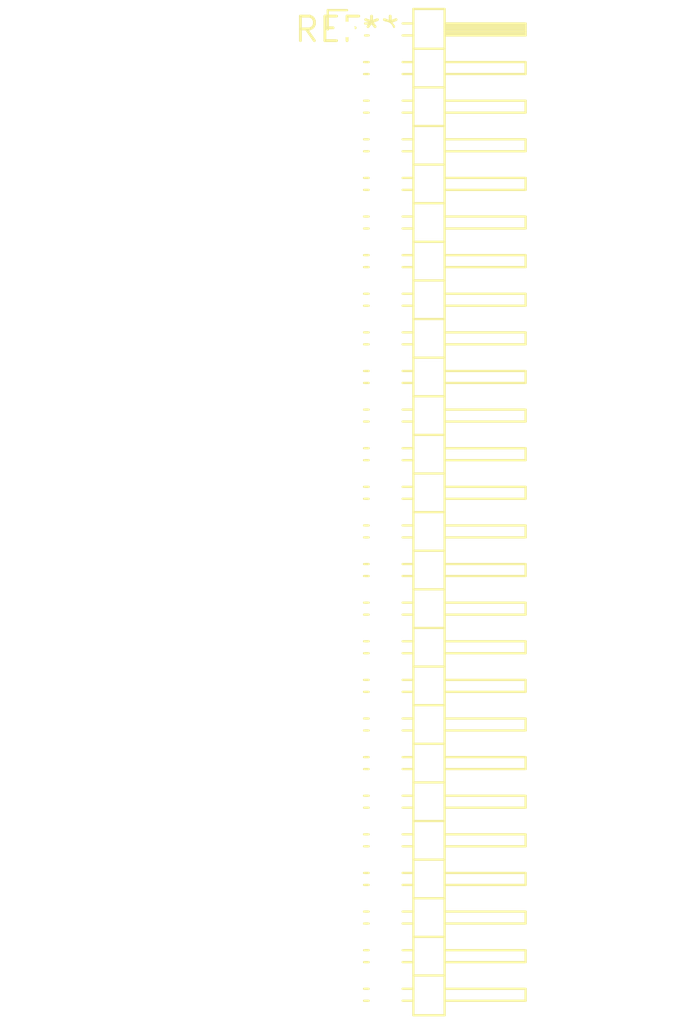
<source format=kicad_pcb>
(kicad_pcb (version 20240108) (generator pcbnew)
  (layers (0 "F.Cu" signal) (31 "B.Cu" signal) (34 "B.Paste" user) (35 "F.Paste" user) (36 "B.SilkS" user "B.Silkscreen") (37 "F.SilkS" user "F.Silkscreen") (38 "B.Mask" user) (39 "F.Mask" user) (44 "Edge.Cuts" user))
  (net 0 "")
  (footprint "PinHeader_2x26_P2.00mm_Horizontal" (layer "F.Cu") (at 0 0)
    (property "Reference" "REF**")
    (property "Value" "PinHeader_2x26_P2.00mm_Horizontal")
    (fp_line (start -1 -1) (end 0 -1) (layer "F.SilkS") (stroke (width 0.12)))
    (fp_line (start -1 0) (end -1 -1) (layer "F.SilkS") (stroke (width 0.12)))
    (fp_line (start 0.882114 1.69) (end 1.117886 1.69) (layer "F.SilkS") (stroke (width 0.12)))
    (fp_line (start 0.882114 2.31) (end 1.117886 2.31) (layer "F.SilkS") (stroke (width 0.12)))
    (fp_line (start 0.882114 3.69) (end 1.117886 3.69) (layer "F.SilkS") (stroke (width 0.12)))
    (fp_line (start 0.882114 4.31) (end 1.117886 4.31) (layer "F.SilkS") (stroke (width 0.12)))
    (fp_line (start 0.882114 5.69) (end 1.117886 5.69) (layer "F.SilkS") (stroke (width 0.12)))
    (fp_line (start 0.882114 6.31) (end 1.117886 6.31) (layer "F.SilkS") (stroke (width 0.12)))
    (fp_line (start 0.882114 7.69) (end 1.117886 7.69) (layer "F.SilkS") (stroke (width 0.12)))
    (fp_line (start 0.882114 8.31) (end 1.117886 8.31) (layer "F.SilkS") (stroke (width 0.12)))
    (fp_line (start 0.882114 9.69) (end 1.117886 9.69) (layer "F.SilkS") (stroke (width 0.12)))
    (fp_line (start 0.882114 10.31) (end 1.117886 10.31) (layer "F.SilkS") (stroke (width 0.12)))
    (fp_line (start 0.882114 11.69) (end 1.117886 11.69) (layer "F.SilkS") (stroke (width 0.12)))
    (fp_line (start 0.882114 12.31) (end 1.117886 12.31) (layer "F.SilkS") (stroke (width 0.12)))
    (fp_line (start 0.882114 13.69) (end 1.117886 13.69) (layer "F.SilkS") (stroke (width 0.12)))
    (fp_line (start 0.882114 14.31) (end 1.117886 14.31) (layer "F.SilkS") (stroke (width 0.12)))
    (fp_line (start 0.882114 15.69) (end 1.117886 15.69) (layer "F.SilkS") (stroke (width 0.12)))
    (fp_line (start 0.882114 16.31) (end 1.117886 16.31) (layer "F.SilkS") (stroke (width 0.12)))
    (fp_line (start 0.882114 17.69) (end 1.117886 17.69) (layer "F.SilkS") (stroke (width 0.12)))
    (fp_line (start 0.882114 18.31) (end 1.117886 18.31) (layer "F.SilkS") (stroke (width 0.12)))
    (fp_line (start 0.882114 19.69) (end 1.117886 19.69) (layer "F.SilkS") (stroke (width 0.12)))
    (fp_line (start 0.882114 20.31) (end 1.117886 20.31) (layer "F.SilkS") (stroke (width 0.12)))
    (fp_line (start 0.882114 21.69) (end 1.117886 21.69) (layer "F.SilkS") (stroke (width 0.12)))
    (fp_line (start 0.882114 22.31) (end 1.117886 22.31) (layer "F.SilkS") (stroke (width 0.12)))
    (fp_line (start 0.882114 23.69) (end 1.117886 23.69) (layer "F.SilkS") (stroke (width 0.12)))
    (fp_line (start 0.882114 24.31) (end 1.117886 24.31) (layer "F.SilkS") (stroke (width 0.12)))
    (fp_line (start 0.882114 25.69) (end 1.117886 25.69) (layer "F.SilkS") (stroke (width 0.12)))
    (fp_line (start 0.882114 26.31) (end 1.117886 26.31) (layer "F.SilkS") (stroke (width 0.12)))
    (fp_line (start 0.882114 27.69) (end 1.117886 27.69) (layer "F.SilkS") (stroke (width 0.12)))
    (fp_line (start 0.882114 28.31) (end 1.117886 28.31) (layer "F.SilkS") (stroke (width 0.12)))
    (fp_line (start 0.882114 29.69) (end 1.117886 29.69) (layer "F.SilkS") (stroke (width 0.12)))
    (fp_line (start 0.882114 30.31) (end 1.117886 30.31) (layer "F.SilkS") (stroke (width 0.12)))
    (fp_line (start 0.882114 31.69) (end 1.117886 31.69) (layer "F.SilkS") (stroke (width 0.12)))
    (fp_line (start 0.882114 32.31) (end 1.117886 32.31) (layer "F.SilkS") (stroke (width 0.12)))
    (fp_line (start 0.882114 33.69) (end 1.117886 33.69) (layer "F.SilkS") (stroke (width 0.12)))
    (fp_line (start 0.882114 34.31) (end 1.117886 34.31) (layer "F.SilkS") (stroke (width 0.12)))
    (fp_line (start 0.882114 35.69) (end 1.117886 35.69) (layer "F.SilkS") (stroke (width 0.12)))
    (fp_line (start 0.882114 36.31) (end 1.117886 36.31) (layer "F.SilkS") (stroke (width 0.12)))
    (fp_line (start 0.882114 37.69) (end 1.117886 37.69) (layer "F.SilkS") (stroke (width 0.12)))
    (fp_line (start 0.882114 38.31) (end 1.117886 38.31) (layer "F.SilkS") (stroke (width 0.12)))
    (fp_line (start 0.882114 39.69) (end 1.117886 39.69) (layer "F.SilkS") (stroke (width 0.12)))
    (fp_line (start 0.882114 40.31) (end 1.117886 40.31) (layer "F.SilkS") (stroke (width 0.12)))
    (fp_line (start 0.882114 41.69) (end 1.117886 41.69) (layer "F.SilkS") (stroke (width 0.12)))
    (fp_line (start 0.882114 42.31) (end 1.117886 42.31) (layer "F.SilkS") (stroke (width 0.12)))
    (fp_line (start 0.882114 43.69) (end 1.117886 43.69) (layer "F.SilkS") (stroke (width 0.12)))
    (fp_line (start 0.882114 44.31) (end 1.117886 44.31) (layer "F.SilkS") (stroke (width 0.12)))
    (fp_line (start 0.882114 45.69) (end 1.117886 45.69) (layer "F.SilkS") (stroke (width 0.12)))
    (fp_line (start 0.882114 46.31) (end 1.117886 46.31) (layer "F.SilkS") (stroke (width 0.12)))
    (fp_line (start 0.882114 47.69) (end 1.117886 47.69) (layer "F.SilkS") (stroke (width 0.12)))
    (fp_line (start 0.882114 48.31) (end 1.117886 48.31) (layer "F.SilkS") (stroke (width 0.12)))
    (fp_line (start 0.882114 49.69) (end 1.117886 49.69) (layer "F.SilkS") (stroke (width 0.12)))
    (fp_line (start 0.882114 50.31) (end 1.117886 50.31) (layer "F.SilkS") (stroke (width 0.12)))
    (fp_line (start 0.935 -0.31) (end 1.117886 -0.31) (layer "F.SilkS") (stroke (width 0.12)))
    (fp_line (start 0.935 0.31) (end 1.117886 0.31) (layer "F.SilkS") (stroke (width 0.12)))
    (fp_line (start 2.882114 -0.31) (end 3.44 -0.31) (layer "F.SilkS") (stroke (width 0.12)))
    (fp_line (start 2.882114 0.31) (end 3.44 0.31) (layer "F.SilkS") (stroke (width 0.12)))
    (fp_line (start 2.882114 1.69) (end 3.44 1.69) (layer "F.SilkS") (stroke (width 0.12)))
    (fp_line (start 2.882114 2.31) (end 3.44 2.31) (layer "F.SilkS") (stroke (width 0.12)))
    (fp_line (start 2.882114 3.69) (end 3.44 3.69) (layer "F.SilkS") (stroke (width 0.12)))
    (fp_line (start 2.882114 4.31) (end 3.44 4.31) (layer "F.SilkS") (stroke (width 0.12)))
    (fp_line (start 2.882114 5.69) (end 3.44 5.69) (layer "F.SilkS") (stroke (width 0.12)))
    (fp_line (start 2.882114 6.31) (end 3.44 6.31) (layer "F.SilkS") (stroke (width 0.12)))
    (fp_line (start 2.882114 7.69) (end 3.44 7.69) (layer "F.SilkS") (stroke (width 0.12)))
    (fp_line (start 2.882114 8.31) (end 3.44 8.31) (layer "F.SilkS") (stroke (width 0.12)))
    (fp_line (start 2.882114 9.69) (end 3.44 9.69) (layer "F.SilkS") (stroke (width 0.12)))
    (fp_line (start 2.882114 10.31) (end 3.44 10.31) (layer "F.SilkS") (stroke (width 0.12)))
    (fp_line (start 2.882114 11.69) (end 3.44 11.69) (layer "F.SilkS") (stroke (width 0.12)))
    (fp_line (start 2.882114 12.31) (end 3.44 12.31) (layer "F.SilkS") (stroke (width 0.12)))
    (fp_line (start 2.882114 13.69) (end 3.44 13.69) (layer "F.SilkS") (stroke (width 0.12)))
    (fp_line (start 2.882114 14.31) (end 3.44 14.31) (layer "F.SilkS") (stroke (width 0.12)))
    (fp_line (start 2.882114 15.69) (end 3.44 15.69) (layer "F.SilkS") (stroke (width 0.12)))
    (fp_line (start 2.882114 16.31) (end 3.44 16.31) (layer "F.SilkS") (stroke (width 0.12)))
    (fp_line (start 2.882114 17.69) (end 3.44 17.69) (layer "F.SilkS") (stroke (width 0.12)))
    (fp_line (start 2.882114 18.31) (end 3.44 18.31) (layer "F.SilkS") (stroke (width 0.12)))
    (fp_line (start 2.882114 19.69) (end 3.44 19.69) (layer "F.SilkS") (stroke (width 0.12)))
    (fp_line (start 2.882114 20.31) (end 3.44 20.31) (layer "F.SilkS") (stroke (width 0.12)))
    (fp_line (start 2.882114 21.69) (end 3.44 21.69) (layer "F.SilkS") (stroke (width 0.12)))
    (fp_line (start 2.882114 22.31) (end 3.44 22.31) (layer "F.SilkS") (stroke (width 0.12)))
    (fp_line (start 2.882114 23.69) (end 3.44 23.69) (layer "F.SilkS") (stroke (width 0.12)))
    (fp_line (start 2.882114 24.31) (end 3.44 24.31) (layer "F.SilkS") (stroke (width 0.12)))
    (fp_line (start 2.882114 25.69) (end 3.44 25.69) (layer "F.SilkS") (stroke (width 0.12)))
    (fp_line (start 2.882114 26.31) (end 3.44 26.31) (layer "F.SilkS") (stroke (width 0.12)))
    (fp_line (start 2.882114 27.69) (end 3.44 27.69) (layer "F.SilkS") (stroke (width 0.12)))
    (fp_line (start 2.882114 28.31) (end 3.44 28.31) (layer "F.SilkS") (stroke (width 0.12)))
    (fp_line (start 2.882114 29.69) (end 3.44 29.69) (layer "F.SilkS") (stroke (width 0.12)))
    (fp_line (start 2.882114 30.31) (end 3.44 30.31) (layer "F.SilkS") (stroke (width 0.12)))
    (fp_line (start 2.882114 31.69) (end 3.44 31.69) (layer "F.SilkS") (stroke (width 0.12)))
    (fp_line (start 2.882114 32.31) (end 3.44 32.31) (layer "F.SilkS") (stroke (width 0.12)))
    (fp_line (start 2.882114 33.69) (end 3.44 33.69) (layer "F.SilkS") (stroke (width 0.12)))
    (fp_line (start 2.882114 34.31) (end 3.44 34.31) (layer "F.SilkS") (stroke (width 0.12)))
    (fp_line (start 2.882114 35.69) (end 3.44 35.69) (layer "F.SilkS") (stroke (width 0.12)))
    (fp_line (start 2.882114 36.31) (end 3.44 36.31) (layer "F.SilkS") (stroke (width 0.12)))
    (fp_line (start 2.882114 37.69) (end 3.44 37.69) (layer "F.SilkS") (stroke (width 0.12)))
    (fp_line (start 2.882114 38.31) (end 3.44 38.31) (layer "F.SilkS") (stroke (width 0.12)))
    (fp_line (start 2.882114 39.69) (end 3.44 39.69) (layer "F.SilkS") (stroke (width 0.12)))
    (fp_line (start 2.882114 40.31) (end 3.44 40.31) (layer "F.SilkS") (stroke (width 0.12)))
    (fp_line (start 2.882114 41.69) (end 3.44 41.69) (layer "F.SilkS") (stroke (width 0.12)))
    (fp_line (start 2.882114 42.31) (end 3.44 42.31) (layer "F.SilkS") (stroke (width 0.12)))
    (fp_line (start 2.882114 43.69) (end 3.44 43.69) (layer "F.SilkS") (stroke (width 0.12)))
    (fp_line (start 2.882114 44.31) (end 3.44 44.31) (layer "F.SilkS") (stroke (width 0.12)))
    (fp_line (start 2.882114 45.69) (end 3.44 45.69) (layer "F.SilkS") (stroke (width 0.12)))
    (fp_line (start 2.882114 46.31) (end 3.44 46.31) (layer "F.SilkS") (stroke (width 0.12)))
    (fp_line (start 2.882114 47.69) (end 3.44 47.69) (layer "F.SilkS") (stroke (width 0.12)))
    (fp_line (start 2.882114 48.31) (end 3.44 48.31) (layer "F.SilkS") (stroke (width 0.12)))
    (fp_line (start 2.882114 49.69) (end 3.44 49.69) (layer "F.SilkS") (stroke (width 0.12)))
    (fp_line (start 2.882114 50.31) (end 3.44 50.31) (layer "F.SilkS") (stroke (width 0.12)))
    (fp_line (start 3.44 -1.06) (end 3.44 51.06) (layer "F.SilkS") (stroke (width 0.12)))
    (fp_line (start 3.44 1) (end 5.06 1) (layer "F.SilkS") (stroke (width 0.12)))
    (fp_line (start 3.44 3) (end 5.06 3) (layer "F.SilkS") (stroke (width 0.12)))
    (fp_line (start 3.44 5) (end 5.06 5) (layer "F.SilkS") (stroke (width 0.12)))
    (fp_line (start 3.44 7) (end 5.06 7) (layer "F.SilkS") (stroke (width 0.12)))
    (fp_line (start 3.44 9) (end 5.06 9) (layer "F.SilkS") (stroke (width 0.12)))
    (fp_line (start 3.44 11) (end 5.06 11) (layer "F.SilkS") (stroke (width 0.12)))
    (fp_line (start 3.44 13) (end 5.06 13) (layer "F.SilkS") (stroke (width 0.12)))
    (fp_line (start 3.44 15) (end 5.06 15) (layer "F.SilkS") (stroke (width 0.12)))
    (fp_line (start 3.44 17) (end 5.06 17) (layer "F.SilkS") (stroke (width 0.12)))
    (fp_line (start 3.44 19) (end 5.06 19) (layer "F.SilkS") (stroke (width 0.12)))
    (fp_line (start 3.44 21) (end 5.06 21) (layer "F.SilkS") (stroke (width 0.12)))
    (fp_line (start 3.44 23) (end 5.06 23) (layer "F.SilkS") (stroke (width 0.12)))
    (fp_line (start 3.44 25) (end 5.06 25) (layer "F.SilkS") (stroke (width 0.12)))
    (fp_line (start 3.44 27) (end 5.06 27) (layer "F.SilkS") (stroke (width 0.12)))
    (fp_line (start 3.44 29) (end 5.06 29) (layer "F.SilkS") (stroke (width 0.12)))
    (fp_line (start 3.44 31) (end 5.06 31) (layer "F.SilkS") (stroke (width 0.12)))
    (fp_line (start 3.44 33) (end 5.06 33) (layer "F.SilkS") (stroke (width 0.12)))
    (fp_line (start 3.44 35) (end 5.06 35) (layer "F.SilkS") (stroke (width 0.12)))
    (fp_line (start 3.44 37) (end 5.06 37) (layer "F.SilkS") (stroke (width 0.12)))
    (fp_line (start 3.44 39) (end 5.06 39) (layer "F.SilkS") (stroke (width 0.12)))
    (fp_line (start 3.44 41) (end 5.06 41) (layer "F.SilkS") (stroke (width 0.12)))
    (fp_line (start 3.44 43) (end 5.06 43) (layer "F.SilkS") (stroke (width 0.12)))
    (fp_line (start 3.44 45) (end 5.06 45) (layer "F.SilkS") (stroke (width 0.12)))
    (fp_line (start 3.44 47) (end 5.06 47) (layer "F.SilkS") (stroke (width 0.12)))
    (fp_line (start 3.44 49) (end 5.06 49) (layer "F.SilkS") (stroke (width 0.12)))
    (fp_line (start 3.44 51.06) (end 5.06 51.06) (layer "F.SilkS") (stroke (width 0.12)))
    (fp_line (start 5.06 -1.06) (end 3.44 -1.06) (layer "F.SilkS") (stroke (width 0.12)))
    (fp_line (start 5.06 -0.31) (end 9.26 -0.31) (layer "F.SilkS") (stroke (width 0.12)))
    (fp_line (start 5.06 -0.25) (end 9.26 -0.25) (layer "F.SilkS") (stroke (width 0.12)))
    (fp_line (start 5.06 -0.13) (end 9.26 -0.13) (layer "F.SilkS") (stroke (width 0.12)))
    (fp_line (start 5.06 -0.01) (end 9.26 -0.01) (layer "F.SilkS") (stroke (width 0.12)))
    (fp_line (start 5.06 0.11) (end 9.26 0.11) (layer "F.SilkS") (stroke (width 0.12)))
    (fp_line (start 5.06 0.23) (end 9.26 0.23) (layer "F.SilkS") (stroke (width 0.12)))
    (fp_line (start 5.06 1.69) (end 9.26 1.69) (layer "F.SilkS") (stroke (width 0.12)))
    (fp_line (start 5.06 3.69) (end 9.26 3.69) (layer "F.SilkS") (stroke (width 0.12)))
    (fp_line (start 5.06 5.69) (end 9.26 5.69) (layer "F.SilkS") (stroke (width 0.12)))
    (fp_line (start 5.06 7.69) (end 9.26 7.69) (layer "F.SilkS") (stroke (width 0.12)))
    (fp_line (start 5.06 9.69) (end 9.26 9.69) (layer "F.SilkS") (stroke (width 0.12)))
    (fp_line (start 5.06 11.69) (end 9.26 11.69) (layer "F.SilkS") (stroke (width 0.12)))
    (fp_line (start 5.06 13.69) (end 9.26 13.69) (layer "F.SilkS") (stroke (width 0.12)))
    (fp_line (start 5.06 15.69) (end 9.26 15.69) (layer "F.SilkS") (stroke (width 0.12)))
    (fp_line (start 5.06 17.69) (end 9.26 17.69) (layer "F.SilkS") (stroke (width 0.12)))
    (fp_line (start 5.06 19.69) (end 9.26 19.69) (layer "F.SilkS") (stroke (width 0.12)))
    (fp_line (start 5.06 21.69) (end 9.26 21.69) (layer "F.SilkS") (stroke (width 0.12)))
    (fp_line (start 5.06 23.69) (end 9.26 23.69) (layer "F.SilkS") (stroke (width 0.12)))
    (fp_line (start 5.06 25.69) (end 9.26 25.69) (layer "F.SilkS") (stroke (width 0.12)))
    (fp_line (start 5.06 27.69) (end 9.26 27.69) (layer "F.SilkS") (stroke (width 0.12)))
    (fp_line (start 5.06 29.69) (end 9.26 29.69) (layer "F.SilkS") (stroke (width 0.12)))
    (fp_line (start 5.06 31.69) (end 9.26 31.69) (layer "F.SilkS") (stroke (width 0.12)))
    (fp_line (start 5.06 33.69) (end 9.26 33.69) (layer "F.SilkS") (stroke (width 0.12)))
    (fp_line (start 5.06 35.69) (end 9.26 35.69) (layer "F.SilkS") (stroke (width 0.12)))
    (fp_line (start 5.06 37.69) (end 9.26 37.69) (layer "F.SilkS") (stroke (width 0.12)))
    (fp_line (start 5.06 39.69) (end 9.26 39.69) (layer "F.SilkS") (stroke (width 0.12)))
    (fp_line (start 5.06 41.69) (end 9.26 41.69) (layer "F.SilkS") (stroke (width 0.12)))
    (fp_line (start 5.06 43.69) (end 9.26 43.69) (layer "F.SilkS") (stroke (width 0.12)))
    (fp_line (start 5.06 45.69) (end 9.26 45.69) (layer "F.SilkS") (stroke (width 0.12)))
    (fp_line (start 5.06 47.69) (end 9.26 47.69) (layer "F.SilkS") (stroke (width 0.12)))
    (fp_line (start 5.06 49.69) (end 9.26 49.69) (layer "F.SilkS") (stroke (width 0.12)))
    (fp_line (start 5.06 51.06) (end 5.06 -1.06) (layer "F.SilkS") (stroke (width 0.12)))
    (fp_line (start 9.26 -0.31) (end 9.26 0.31) (layer "F.SilkS") (stroke (width 0.12)))
    (fp_line (start 9.26 0.31) (end 5.06 0.31) (layer "F.SilkS") (stroke (width 0.12)))
    (fp_line (start 9.26 1.69) (end 9.26 2.31) (layer "F.SilkS") (stroke (width 0.12)))
    (fp_line (start 9.26 2.31) (end 5.06 2.31) (layer "F.SilkS") (stroke (width 0.12)))
    (fp_line (start 9.26 3.69) (end 9.26 4.31) (layer "F.SilkS") (stroke (width 0.12)))
    (fp_line (start 9.26 4.31) (end 5.06 4.31) (layer "F.SilkS") (stroke (width 0.12)))
    (fp_line (start 9.26 5.69) (end 9.26 6.31) (layer "F.SilkS") (stroke (width 0.12)))
    (fp_line (start 9.26 6.31) (end 5.06 6.31) (layer "F.SilkS") (stroke (width 0.12)))
    (fp_line (start 9.26 7.69) (end 9.26 8.31) (layer "F.SilkS") (stroke (width 0.12)))
    (fp_line (start 9.26 8.31) (end 5.06 8.31) (layer "F.SilkS") (stroke (width 0.12)))
    (fp_line (start 9.26 9.69) (end 9.26 10.31) (layer "F.SilkS") (stroke (width 0.12)))
    (fp_line (start 9.26 10.31) (end 5.06 10.31) (layer "F.SilkS") (stroke (width 0.12)))
    (fp_line (start 9.26 11.69) (end 9.26 12.31) (layer "F.SilkS") (stroke (width 0.12)))
    (fp_line (start 9.26 12.31) (end 5.06 12.31) (layer "F.SilkS") (stroke (width 0.12)))
    (fp_line (start 9.26 13.69) (end 9.26 14.31) (layer "F.SilkS") (stroke (width 0.12)))
    (fp_line (start 9.26 14.31) (end 5.06 14.31) (layer "F.SilkS") (stroke (width 0.12)))
    (fp_line (start 9.26 15.69) (end 9.26 16.31) (layer "F.SilkS") (stroke (width 0.12)))
    (fp_line (start 9.26 16.31) (end 5.06 16.31) (layer "F.SilkS") (stroke (width 0.12)))
    (fp_line (start 9.26 17.69) (end 9.26 18.31) (layer "F.SilkS") (stroke (width 0.12)))
    (fp_line (start 9.26 18.31) (end 5.06 18.31) (layer "F.SilkS") (stroke (width 0.12)))
    (fp_line (start 9.26 19.69) (end 9.26 20.31) (layer "F.SilkS") (stroke (width 0.12)))
    (fp_line (start 9.26 20.31) (end 5.06 20.31) (layer "F.SilkS") (stroke (width 0.12)))
    (fp_line (start 9.26 21.69) (end 9.26 22.31) (layer "F.SilkS") (stroke (width 0.12)))
    (fp_line (start 9.26 22.31) (end 5.06 22.31) (layer "F.SilkS") (stroke (width 0.12)))
    (fp_line (start 9.26 23.69) (end 9.26 24.31) (layer "F.SilkS") (stroke (width 0.12)))
    (fp_line (start 9.26 24.31) (end 5.06 24.31) (layer "F.SilkS") (stroke (width 0.12)))
    (fp_line (start 9.26 25.69) (end 9.26 26.31) (layer "F.SilkS") (stroke (width 0.12)))
    (fp_line (start 9.26 26.31) (end 5.06 26.31) (layer "F.SilkS") (stroke (width 0.12)))
    (fp_line (start 9.26 27.69) (end 9.26 28.31) (layer "F.SilkS") (stroke (width 0.12)))
    (fp_line (start 9.26 28.31) (end 5.06 28.31) (layer "F.SilkS") (stroke (width 0.12)))
    (fp_line (start 9.26 29.69) (end 9.26 30.31) (layer "F.SilkS") (stroke (width 0.12)))
    (fp_line (start 9.26 30.31) (end 5.06 30.31) (layer "F.SilkS") (stroke (width 0.12)))
    (fp_line (start 9.26 31.69) (end 9.26 32.31) (layer "F.SilkS") (stroke (width 0.12)))
    (fp_line (start 9.26 32.31) (end 5.06 32.31) (layer "F.SilkS") (stroke (width 0.12)))
    (fp_line (start 9.26 33.69) (end 9.26 34.31) (layer "F.SilkS") (stroke (width 0.12)))
    (fp_line (start 9.26 34.31) (end 5.06 34.31) (layer "F.SilkS") (stroke (width 0.12)))
    (fp_line (start 9.26 35.69) (end 9.26 36.31) (layer "F.SilkS") (stroke (width 0.12)))
    (fp_line (start 9.26 36.31) (end 5.06 36.31) (layer "F.SilkS") (stroke (width 0.12)))
    (fp_line (start 9.26 37.69) (end 9.26 38.31) (layer "F.SilkS") (stroke (width 0.12)))
    (fp_line (start 9.26 38.31) (end 5.06 38.31) (layer "F.SilkS") (stroke (width 0.12)))
    (fp_line (start 9.26 39.69) (end 9.26 40.31) (layer "F.SilkS") (stroke (width 0.12)))
    (fp_line (start 9.26 40.31) (end 5.06 40.31) (layer "F.SilkS") (stroke (width 0.12)))
    (fp_line (start 9.26 41.69) (end 9.26 42.31) (layer "F.SilkS") (stroke (width 0.12)))
    (fp_line (start 9.26 42.31) (end 5.06 42.31) (layer "F.SilkS") (stroke (width 0.12)))
    (fp_line (start 9.26 43.69) (end 9.26 44.31) (layer "F.SilkS") (stroke (width 0.12)))
    (fp_line (start 9.26 44.31) (end 5.06 44.31) (layer "F.SilkS") (stroke (width 0.12)))
    (fp_line (start 9.26 45.69) (end 9.26 46.31) (layer "F.SilkS") (stroke (width 0.12)))
    (fp_line (start 9.26 46.31) (end 5.06 46.31) (layer "F.SilkS") (stroke (width 0.12)))
    (fp_line (start 9.26 47.69) (end 9.26 48.31) (layer "F.SilkS") (stroke (width 0.12)))
    (fp_line (start 9.26 48.31) (end 5.06 48.31) (layer "F.SilkS") (stroke (width 0.12)))
    (fp_line (start 9.26 49.69) (end 9.26 50.31) (layer "F.SilkS") (stroke (width 0.12)))
    (fp_line (start 9.26 50.31) (end 5.06 50.31) (layer "F.SilkS") (stroke (width 0.12)))
    (pad "1" thru_hole rect (at 0 0) (size 1.35 1.35) (drill 0.8) (layers *.Cu *.Mask) (remove_unused_layers))
    (pad "2" thru_hole oval (at 2 0) (size 1.35 1.35) (drill 0.8) (layers *.Cu *.Mask) (remove_unused_layers))
    (pad "3" thru_hole oval (at 0 2) (size 1.35 1.35) (drill 0.8) (layers *.Cu *.Mask) (remove_unused_layers))
    (pad "4" thru_hole oval (at 2 2) (size 1.35 1.35) (drill 0.8) (layers *.Cu *.Mask) (remove_unused_layers))
    (pad "5" thru_hole oval (at 0 4) (size 1.35 1.35) (drill 0.8) (layers *.Cu *.Mask) (remove_unused_layers))
    (pad "6" thru_hole oval (at 2 4) (size 1.35 1.35) (drill 0.8) (layers *.Cu *.Mask) (remove_unused_layers))
    (pad "7" thru_hole oval (at 0 6) (size 1.35 1.35) (drill 0.8) (layers *.Cu *.Mask) (remove_unused_layers))
    (pad "8" thru_hole oval (at 2 6) (size 1.35 1.35) (drill 0.8) (layers *.Cu *.Mask) (remove_unused_layers))
    (pad "9" thru_hole oval (at 0 8) (size 1.35 1.35) (drill 0.8) (layers *.Cu *.Mask) (remove_unused_layers))
    (pad "10" thru_hole oval (at 2 8) (size 1.35 1.35) (drill 0.8) (layers *.Cu *.Mask) (remove_unused_layers))
    (pad "11" thru_hole oval (at 0 10) (size 1.35 1.35) (drill 0.8) (layers *.Cu *.Mask) (remove_unused_layers))
    (pad "12" thru_hole oval (at 2 10) (size 1.35 1.35) (drill 0.8) (layers *.Cu *.Mask) (remove_unused_layers))
    (pad "13" thru_hole oval (at 0 12) (size 1.35 1.35) (drill 0.8) (layers *.Cu *.Mask) (remove_unused_layers))
    (pad "14" thru_hole oval (at 2 12) (size 1.35 1.35) (drill 0.8) (layers *.Cu *.Mask) (remove_unused_layers))
    (pad "15" thru_hole oval (at 0 14) (size 1.35 1.35) (drill 0.8) (layers *.Cu *.Mask) (remove_unused_layers))
    (pad "16" thru_hole oval (at 2 14) (size 1.35 1.35) (drill 0.8) (layers *.Cu *.Mask) (remove_unused_layers))
    (pad "17" thru_hole oval (at 0 16) (size 1.35 1.35) (drill 0.8) (layers *.Cu *.Mask) (remove_unused_layers))
    (pad "18" thru_hole oval (at 2 16) (size 1.35 1.35) (drill 0.8) (layers *.Cu *.Mask) (remove_unused_layers))
    (pad "19" thru_hole oval (at 0 18) (size 1.35 1.35) (drill 0.8) (layers *.Cu *.Mask) (remove_unused_layers))
    (pad "20" thru_hole oval (at 2 18) (size 1.35 1.35) (drill 0.8) (layers *.Cu *.Mask) (remove_unused_layers))
    (pad "21" thru_hole oval (at 0 20) (size 1.35 1.35) (drill 0.8) (layers *.Cu *.Mask) (remove_unused_layers))
    (pad "22" thru_hole oval (at 2 20) (size 1.35 1.35) (drill 0.8) (layers *.Cu *.Mask) (remove_unused_layers))
    (pad "23" thru_hole oval (at 0 22) (size 1.35 1.35) (drill 0.8) (layers *.Cu *.Mask) (remove_unused_layers))
    (pad "24" thru_hole oval (at 2 22) (size 1.35 1.35) (drill 0.8) (layers *.Cu *.Mask) (remove_unused_layers))
    (pad "25" thru_hole oval (at 0 24) (size 1.35 1.35) (drill 0.8) (layers *.Cu *.Mask) (remove_unused_layers))
    (pad "26" thru_hole oval (at 2 24) (size 1.35 1.35) (drill 0.8) (layers *.Cu *.Mask) (remove_unused_layers))
    (pad "27" thru_hole oval (at 0 26) (size 1.35 1.35) (drill 0.8) (layers *.Cu *.Mask) (remove_unused_layers))
    (pad "28" thru_hole oval (at 2 26) (size 1.35 1.35) (drill 0.8) (layers *.Cu *.Mask) (remove_unused_layers))
    (pad "29" thru_hole oval (at 0 28) (size 1.35 1.35) (drill 0.8) (layers *.Cu *.Mask) (remove_unused_layers))
    (pad "30" thru_hole oval (at 2 28) (size 1.35 1.35) (drill 0.8) (layers *.Cu *.Mask) (remove_unused_layers))
    (pad "31" thru_hole oval (at 0 30) (size 1.35 1.35) (drill 0.8) (layers *.Cu *.Mask) (remove_unused_layers))
    (pad "32" thru_hole oval (at 2 30) (size 1.35 1.35) (drill 0.8) (layers *.Cu *.Mask) (remove_unused_layers))
    (pad "33" thru_hole oval (at 0 32) (size 1.35 1.35) (drill 0.8) (layers *.Cu *.Mask) (remove_unused_layers))
    (pad "34" thru_hole oval (at 2 32) (size 1.35 1.35) (drill 0.8) (layers *.Cu *.Mask) (remove_unused_layers))
    (pad "35" thru_hole oval (at 0 34) (size 1.35 1.35) (drill 0.8) (layers *.Cu *.Mask) (remove_unused_layers))
    (pad "36" thru_hole oval (at 2 34) (size 1.35 1.35) (drill 0.8) (layers *.Cu *.Mask) (remove_unused_layers))
    (pad "37" thru_hole oval (at 0 36) (size 1.35 1.35) (drill 0.8) (layers *.Cu *.Mask) (remove_unused_layers))
    (pad "38" thru_hole oval (at 2 36) (size 1.35 1.35) (drill 0.8) (layers *.Cu *.Mask) (remove_unused_layers))
    (pad "39" thru_hole oval (at 0 38) (size 1.35 1.35) (drill 0.8) (layers *.Cu *.Mask) (remove_unused_layers))
    (pad "40" thru_hole oval (at 2 38) (size 1.35 1.35) (drill 0.8) (layers *.Cu *.Mask) (remove_unused_layers))
    (pad "41" thru_hole oval (at 0 40) (size 1.35 1.35) (drill 0.8) (layers *.Cu *.Mask) (remove_unused_layers))
    (pad "42" thru_hole oval (at 2 40) (size 1.35 1.35) (drill 0.8) (layers *.Cu *.Mask) (remove_unused_layers))
    (pad "43" thru_hole oval (at 0 42) (size 1.35 1.35) (drill 0.8) (layers *.Cu *.Mask) (remove_unused_layers))
    (pad "44" thru_hole oval (at 2 42) (size 1.35 1.35) (drill 0.8) (layers *.Cu *.Mask) (remove_unused_layers))
    (pad "45" thru_hole oval (at 0 44) (size 1.35 1.35) (drill 0.8) (layers *.Cu *.Mask) (remove_unused_layers))
    (pad "46" thru_hole oval (at 2 44) (size 1.35 1.35) (drill 0.8) (layers *.Cu *.Mask) (remove_unused_layers))
    (pad "47" thru_hole oval (at 0 46) (size 1.35 1.35) (drill 0.8) (layers *.Cu *.Mask) (remove_unused_layers))
    (pad "48" thru_hole oval (at 2 46) (size 1.35 1.35) (drill 0.8) (layers *.Cu *.Mask) (remove_unused_layers))
    (pad "49" thru_hole oval (at 0 48) (size 1.35 1.35) (drill 0.8) (layers *.Cu *.Mask) (remove_unused_layers))
    (pad "50" thru_hole oval (at 2 48) (size 1.35 1.35) (drill 0.8) (layers *.Cu *.Mask) (remove_unused_layers))
    (pad "51" thru_hole oval (at 0 50) (size 1.35 1.35) (drill 0.8) (layers *.Cu *.Mask) (remove_unused_layers))
    (pad "52" thru_hole oval (at 2 50) (size 1.35 1.35) (drill 0.8) (layers *.Cu *.Mask) (remove_unused_layers))
  )
)
</source>
